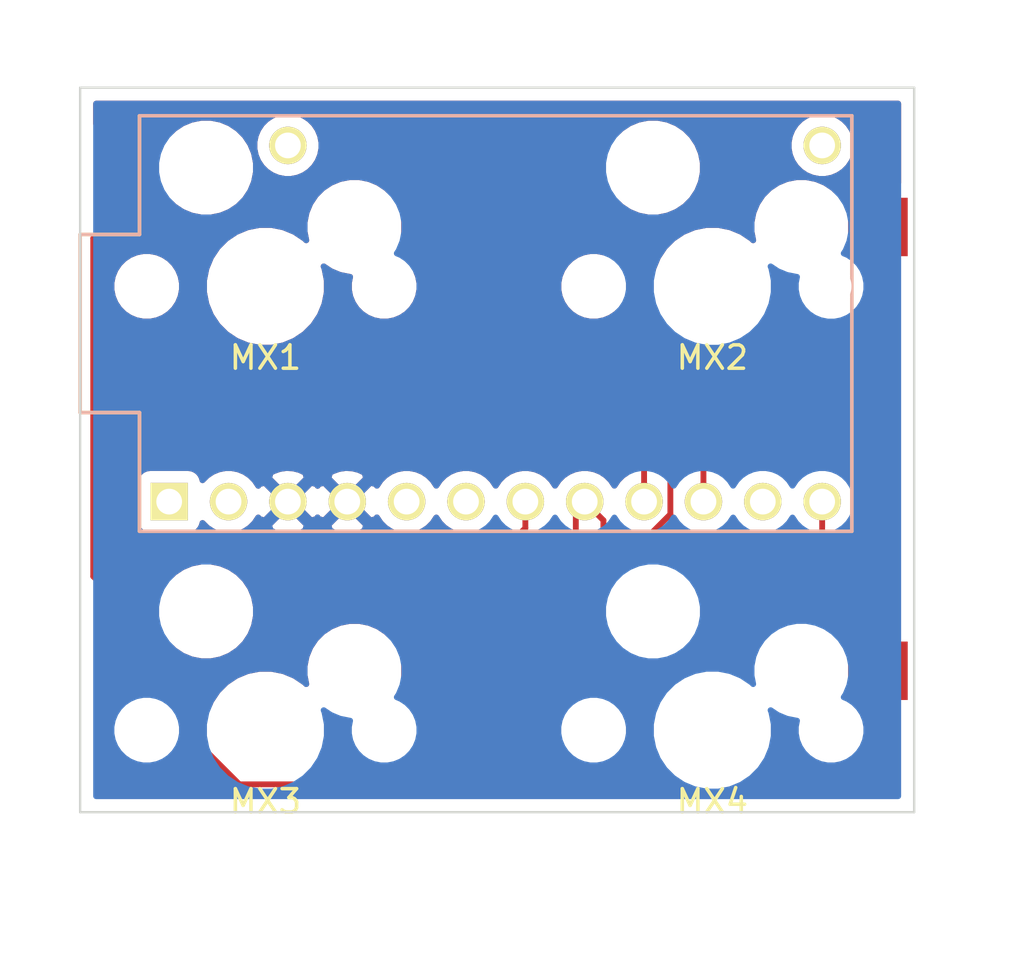
<source format=kicad_pcb>
(kicad_pcb (version 20171130) (host pcbnew "(5.1.5)-3")

  (general
    (thickness 1.6)
    (drawings 4)
    (tracks 46)
    (zones 0)
    (modules 5)
    (nets 14)
  )

  (page A4)
  (layers
    (0 F.Cu signal)
    (31 B.Cu signal)
    (32 B.Adhes user)
    (33 F.Adhes user)
    (34 B.Paste user)
    (35 F.Paste user)
    (36 B.SilkS user)
    (37 F.SilkS user)
    (38 B.Mask user)
    (39 F.Mask user)
    (40 Dwgs.User user)
    (41 Cmts.User user)
    (42 Eco1.User user)
    (43 Eco2.User user)
    (44 Edge.Cuts user)
    (45 Margin user)
    (46 B.CrtYd user)
    (47 F.CrtYd user)
    (48 B.Fab user)
    (49 F.Fab user)
  )

  (setup
    (last_trace_width 0.25)
    (trace_clearance 0.2)
    (zone_clearance 0.508)
    (zone_45_only no)
    (trace_min 0.2)
    (via_size 0.8)
    (via_drill 0.4)
    (via_min_size 0.4)
    (via_min_drill 0.3)
    (uvia_size 0.3)
    (uvia_drill 0.1)
    (uvias_allowed no)
    (uvia_min_size 0.2)
    (uvia_min_drill 0.1)
    (edge_width 0.1)
    (segment_width 0.2)
    (pcb_text_width 0.3)
    (pcb_text_size 1.5 1.5)
    (mod_edge_width 0.15)
    (mod_text_size 1 1)
    (mod_text_width 0.15)
    (pad_size 1.524 1.524)
    (pad_drill 0.762)
    (pad_to_mask_clearance 0)
    (aux_axis_origin 0 0)
    (visible_elements FFFFFF7F)
    (pcbplotparams
      (layerselection 0x010fc_ffffffff)
      (usegerberextensions false)
      (usegerberattributes false)
      (usegerberadvancedattributes false)
      (creategerberjobfile false)
      (excludeedgelayer true)
      (linewidth 0.100000)
      (plotframeref false)
      (viasonmask false)
      (mode 1)
      (useauxorigin false)
      (hpglpennumber 1)
      (hpglpenspeed 20)
      (hpglpendiameter 15.000000)
      (psnegative false)
      (psa4output false)
      (plotreference true)
      (plotvalue true)
      (plotinvisibletext false)
      (padsonsilk false)
      (subtractmaskfromsilk false)
      (outputformat 1)
      (mirror false)
      (drillshape 0)
      (scaleselection 1)
      (outputdirectory "Gerbers"))
  )

  (net 0 "")
  (net 1 VCC)
  (net 2 GND)
  (net 3 /CS)
  (net 4 /D5)
  (net 5 /D9)
  (net 6 /D8)
  (net 7 /D6)
  (net 8 /D7)
  (net 9 "Net-(U1-Pad6)")
  (net 10 "Net-(U1-Pad5)")
  (net 11 "Net-(U1-Pad2)")
  (net 12 "Net-(U1-Pad1)")
  (net 13 /D4)

  (net_class Default "This is the default net class."
    (clearance 0.2)
    (trace_width 0.25)
    (via_dia 0.8)
    (via_drill 0.4)
    (uvia_dia 0.3)
    (uvia_drill 0.1)
    (add_net /CS)
    (add_net /D4)
    (add_net /D5)
    (add_net /D6)
    (add_net /D7)
    (add_net /D8)
    (add_net /D9)
    (add_net GND)
    (add_net "Net-(U1-Pad1)")
    (add_net "Net-(U1-Pad2)")
    (add_net "Net-(U1-Pad5)")
    (add_net "Net-(U1-Pad6)")
    (add_net VCC)
  )

  (module promicro:ProMicro (layer F.Cu) (tedit 60D25968) (tstamp 60D2ABC9)
    (at 211.328 101.092)
    (descr "Pro Micro footprint")
    (tags "promicro ProMicro")
    (path /6011CDE2)
    (fp_text reference U1 (at 0 -10.16) (layer F.SilkS) hide
      (effects (font (size 1 1) (thickness 0.15)))
    )
    (fp_text value ProMicro (at 0 10.16) (layer F.Fab)
      (effects (font (size 1 1) (thickness 0.15)))
    )
    (fp_line (start 15.24 -8.89) (end 15.24 8.89) (layer F.SilkS) (width 0.15))
    (fp_line (start -15.24 -8.89) (end 15.24 -8.89) (layer F.SilkS) (width 0.15))
    (fp_line (start -15.24 -3.81) (end -15.24 -8.89) (layer F.SilkS) (width 0.15))
    (fp_line (start -17.78 -3.81) (end -15.24 -3.81) (layer F.SilkS) (width 0.15))
    (fp_line (start -17.78 3.81) (end -17.78 -3.81) (layer F.SilkS) (width 0.15))
    (fp_line (start -15.24 3.81) (end -17.78 3.81) (layer F.SilkS) (width 0.15))
    (fp_line (start -15.24 8.89) (end -15.24 3.81) (layer F.SilkS) (width 0.15))
    (fp_line (start -15.24 8.89) (end 15.24 8.89) (layer F.SilkS) (width 0.15))
    (fp_line (start -15.24 -8.89) (end 15.24 -8.89) (layer B.SilkS) (width 0.15))
    (fp_line (start -15.24 -3.81) (end -15.24 -8.89) (layer B.SilkS) (width 0.15))
    (fp_line (start -17.78 -3.81) (end -15.24 -3.81) (layer B.SilkS) (width 0.15))
    (fp_line (start -17.78 3.81) (end -17.78 -3.81) (layer B.SilkS) (width 0.15))
    (fp_line (start -15.24 3.81) (end -17.78 3.81) (layer B.SilkS) (width 0.15))
    (fp_line (start -15.24 8.89) (end -15.24 3.81) (layer B.SilkS) (width 0.15))
    (fp_line (start 15.24 8.89) (end -15.24 8.89) (layer B.SilkS) (width 0.15))
    (fp_line (start 15.24 -8.89) (end 15.24 8.89) (layer B.SilkS) (width 0.15))
    (pad 22 thru_hole circle (at -8.89 -7.62) (size 1.6 1.6) (drill 1.1) (layers *.Cu *.Mask F.SilkS)
      (net 1 VCC))
    (pad 13 thru_hole circle (at 13.97 -7.62) (size 1.6 1.6) (drill 1.1) (layers *.Cu *.Mask F.SilkS)
      (net 3 /CS))
    (pad 12 thru_hole circle (at 13.97 7.62) (size 1.6 1.6) (drill 1.1) (layers *.Cu *.Mask F.SilkS)
      (net 5 /D9))
    (pad 11 thru_hole circle (at 11.43 7.62) (size 1.6 1.6) (drill 1.1) (layers *.Cu *.Mask F.SilkS)
      (net 6 /D8))
    (pad 10 thru_hole circle (at 8.89 7.62) (size 1.6 1.6) (drill 1.1) (layers *.Cu *.Mask F.SilkS)
      (net 8 /D7))
    (pad 9 thru_hole circle (at 6.35 7.62) (size 1.6 1.6) (drill 1.1) (layers *.Cu *.Mask F.SilkS)
      (net 7 /D6))
    (pad 8 thru_hole circle (at 3.81 7.62) (size 1.6 1.6) (drill 1.1) (layers *.Cu *.Mask F.SilkS)
      (net 4 /D5))
    (pad 7 thru_hole circle (at 1.27 7.62) (size 1.6 1.6) (drill 1.1) (layers *.Cu *.Mask F.SilkS)
      (net 13 /D4))
    (pad 6 thru_hole circle (at -1.27 7.62) (size 1.6 1.6) (drill 1.1) (layers *.Cu *.Mask F.SilkS)
      (net 9 "Net-(U1-Pad6)"))
    (pad 5 thru_hole circle (at -3.81 7.62) (size 1.6 1.6) (drill 1.1) (layers *.Cu *.Mask F.SilkS)
      (net 10 "Net-(U1-Pad5)"))
    (pad 4 thru_hole circle (at -6.35 7.62) (size 1.6 1.6) (drill 1.1) (layers *.Cu *.Mask F.SilkS)
      (net 2 GND))
    (pad 3 thru_hole circle (at -8.89 7.62) (size 1.6 1.6) (drill 1.1) (layers *.Cu *.Mask F.SilkS)
      (net 2 GND))
    (pad 2 thru_hole circle (at -11.43 7.62) (size 1.6 1.6) (drill 1.1) (layers *.Cu *.Mask F.SilkS)
      (net 11 "Net-(U1-Pad2)"))
    (pad 1 thru_hole rect (at -13.97 7.62) (size 1.6 1.6) (drill 1.1) (layers *.Cu *.Mask F.SilkS)
      (net 12 "Net-(U1-Pad1)"))
  )

  (module MX_Only:MXOnly-1U-Hotswap (layer B.Cu) (tedit 5BFF7B40) (tstamp 60D2B3DE)
    (at 220.599 118.491 180)
    (path /60D255C7)
    (attr smd)
    (fp_text reference MX4 (at 0 -3.048) (layer F.CrtYd)
      (effects (font (size 1 1) (thickness 0.15)))
    )
    (fp_text value MX-NoLED (at 0 7.9375) (layer Dwgs.User)
      (effects (font (size 1 1) (thickness 0.15)))
    )
    (fp_line (start -5.842 1.27) (end -5.842 3.81) (layer F.CrtYd) (width 0.15))
    (fp_line (start -8.382 1.27) (end -5.842 1.27) (layer F.CrtYd) (width 0.15))
    (fp_line (start -8.382 3.81) (end -8.382 1.27) (layer F.CrtYd) (width 0.15))
    (fp_line (start -5.842 3.81) (end -8.382 3.81) (layer F.CrtYd) (width 0.15))
    (fp_line (start 4.572 3.81) (end 4.572 6.35) (layer F.CrtYd) (width 0.15))
    (fp_line (start 7.112 3.81) (end 4.572 3.81) (layer F.CrtYd) (width 0.15))
    (fp_line (start 7.112 6.35) (end 7.112 3.81) (layer F.CrtYd) (width 0.15))
    (fp_line (start 4.572 6.35) (end 7.112 6.35) (layer F.CrtYd) (width 0.15))
    (fp_circle (center -3.81 2.54) (end -3.81 4.064) (layer F.CrtYd) (width 0.15))
    (fp_circle (center 2.54 5.08) (end 2.54 6.604) (layer F.CrtYd) (width 0.15))
    (fp_text user %R (at 0 -3.048) (layer F.SilkS)
      (effects (font (size 1 1) (thickness 0.15)))
    )
    (fp_line (start -9.525 -9.525) (end -9.525 9.525) (layer Dwgs.User) (width 0.15))
    (fp_line (start 9.525 -9.525) (end -9.525 -9.525) (layer Dwgs.User) (width 0.15))
    (fp_line (start 9.525 9.525) (end 9.525 -9.525) (layer Dwgs.User) (width 0.15))
    (fp_line (start -9.525 9.525) (end 9.525 9.525) (layer Dwgs.User) (width 0.15))
    (fp_line (start -7 7) (end -7 5) (layer Dwgs.User) (width 0.15))
    (fp_line (start -5 7) (end -7 7) (layer Dwgs.User) (width 0.15))
    (fp_line (start -7 -7) (end -5 -7) (layer Dwgs.User) (width 0.15))
    (fp_line (start -7 -5) (end -7 -7) (layer Dwgs.User) (width 0.15))
    (fp_line (start 7 -7) (end 7 -5) (layer Dwgs.User) (width 0.15))
    (fp_line (start 5 -7) (end 7 -7) (layer Dwgs.User) (width 0.15))
    (fp_line (start 7 7) (end 7 5) (layer Dwgs.User) (width 0.15))
    (fp_line (start 5 7) (end 7 7) (layer Dwgs.User) (width 0.15))
    (pad 2 smd rect (at 5.842 5.08 180) (size 2.55 2.5) (layers F.Cu F.Paste F.Mask)
      (net 4 /D5))
    (pad 1 smd rect (at -7.085 2.54 180) (size 2.55 2.5) (layers F.Cu F.Paste F.Mask)
      (net 5 /D9))
    (pad "" np_thru_hole circle (at 5.08 0 131.9004) (size 1.75 1.75) (drill 1.75) (layers *.Cu *.Mask))
    (pad "" np_thru_hole circle (at -5.08 0 131.9004) (size 1.75 1.75) (drill 1.75) (layers *.Cu *.Mask))
    (pad "" np_thru_hole circle (at -3.81 2.54 180) (size 3 3) (drill 3) (layers *.Cu *.Mask))
    (pad "" np_thru_hole circle (at 0 0 180) (size 3.9878 3.9878) (drill 3.9878) (layers *.Cu *.Mask))
    (pad "" np_thru_hole circle (at 2.54 5.08 180) (size 3 3) (drill 3) (layers *.Cu *.Mask))
  )

  (module MX_Only:MXOnly-1U-Hotswap (layer B.Cu) (tedit 5BFF7B40) (tstamp 60D2B3BC)
    (at 201.476 118.491 180)
    (path /60D259D3)
    (attr smd)
    (fp_text reference MX3 (at 0 -3.048) (layer F.CrtYd)
      (effects (font (size 1 1) (thickness 0.15)))
    )
    (fp_text value MX-NoLED (at 0 7.9375) (layer Dwgs.User)
      (effects (font (size 1 1) (thickness 0.15)))
    )
    (fp_line (start -5.842 1.27) (end -5.842 3.81) (layer F.CrtYd) (width 0.15))
    (fp_line (start -8.382 1.27) (end -5.842 1.27) (layer F.CrtYd) (width 0.15))
    (fp_line (start -8.382 3.81) (end -8.382 1.27) (layer F.CrtYd) (width 0.15))
    (fp_line (start -5.842 3.81) (end -8.382 3.81) (layer F.CrtYd) (width 0.15))
    (fp_line (start 4.572 3.81) (end 4.572 6.35) (layer F.CrtYd) (width 0.15))
    (fp_line (start 7.112 3.81) (end 4.572 3.81) (layer F.CrtYd) (width 0.15))
    (fp_line (start 7.112 6.35) (end 7.112 3.81) (layer F.CrtYd) (width 0.15))
    (fp_line (start 4.572 6.35) (end 7.112 6.35) (layer F.CrtYd) (width 0.15))
    (fp_circle (center -3.81 2.54) (end -3.81 4.064) (layer F.CrtYd) (width 0.15))
    (fp_circle (center 2.54 5.08) (end 2.54 6.604) (layer F.CrtYd) (width 0.15))
    (fp_text user %R (at 0 -3.048) (layer F.SilkS)
      (effects (font (size 1 1) (thickness 0.15)))
    )
    (fp_line (start -9.525 -9.525) (end -9.525 9.525) (layer Dwgs.User) (width 0.15))
    (fp_line (start 9.525 -9.525) (end -9.525 -9.525) (layer Dwgs.User) (width 0.15))
    (fp_line (start 9.525 9.525) (end 9.525 -9.525) (layer Dwgs.User) (width 0.15))
    (fp_line (start -9.525 9.525) (end 9.525 9.525) (layer Dwgs.User) (width 0.15))
    (fp_line (start -7 7) (end -7 5) (layer Dwgs.User) (width 0.15))
    (fp_line (start -5 7) (end -7 7) (layer Dwgs.User) (width 0.15))
    (fp_line (start -7 -7) (end -5 -7) (layer Dwgs.User) (width 0.15))
    (fp_line (start -7 -5) (end -7 -7) (layer Dwgs.User) (width 0.15))
    (fp_line (start 7 -7) (end 7 -5) (layer Dwgs.User) (width 0.15))
    (fp_line (start 5 -7) (end 7 -7) (layer Dwgs.User) (width 0.15))
    (fp_line (start 7 7) (end 7 5) (layer Dwgs.User) (width 0.15))
    (fp_line (start 5 7) (end 7 7) (layer Dwgs.User) (width 0.15))
    (pad 2 smd rect (at 5.842 5.08 180) (size 2.55 2.5) (layers F.Cu F.Paste F.Mask)
      (net 4 /D5))
    (pad 1 smd rect (at -7.085 2.54 180) (size 2.55 2.5) (layers F.Cu F.Paste F.Mask)
      (net 13 /D4))
    (pad "" np_thru_hole circle (at 5.08 0 131.9004) (size 1.75 1.75) (drill 1.75) (layers *.Cu *.Mask))
    (pad "" np_thru_hole circle (at -5.08 0 131.9004) (size 1.75 1.75) (drill 1.75) (layers *.Cu *.Mask))
    (pad "" np_thru_hole circle (at -3.81 2.54 180) (size 3 3) (drill 3) (layers *.Cu *.Mask))
    (pad "" np_thru_hole circle (at 0 0 180) (size 3.9878 3.9878) (drill 3.9878) (layers *.Cu *.Mask))
    (pad "" np_thru_hole circle (at 2.54 5.08 180) (size 3 3) (drill 3) (layers *.Cu *.Mask))
  )

  (module MX_Only:MXOnly-1U-Hotswap locked (layer B.Cu) (tedit 5BFF7B40) (tstamp 60D2B39A)
    (at 220.599 99.501001 180)
    (path /60D25F01)
    (attr smd)
    (fp_text reference MX2 (at 0 -3.048) (layer F.CrtYd)
      (effects (font (size 1 1) (thickness 0.15)))
    )
    (fp_text value MX-NoLED (at 0 7.9375) (layer Dwgs.User)
      (effects (font (size 1 1) (thickness 0.15)))
    )
    (fp_line (start -5.842 1.27) (end -5.842 3.81) (layer F.CrtYd) (width 0.15))
    (fp_line (start -8.382 1.27) (end -5.842 1.27) (layer F.CrtYd) (width 0.15))
    (fp_line (start -8.382 3.81) (end -8.382 1.27) (layer F.CrtYd) (width 0.15))
    (fp_line (start -5.842 3.81) (end -8.382 3.81) (layer F.CrtYd) (width 0.15))
    (fp_line (start 4.572 3.81) (end 4.572 6.35) (layer F.CrtYd) (width 0.15))
    (fp_line (start 7.112 3.81) (end 4.572 3.81) (layer F.CrtYd) (width 0.15))
    (fp_line (start 7.112 6.35) (end 7.112 3.81) (layer F.CrtYd) (width 0.15))
    (fp_line (start 4.572 6.35) (end 7.112 6.35) (layer F.CrtYd) (width 0.15))
    (fp_circle (center -3.81 2.54) (end -3.81 4.064) (layer F.CrtYd) (width 0.15))
    (fp_circle (center 2.54 5.08) (end 2.54 6.604) (layer F.CrtYd) (width 0.15))
    (fp_text user %R (at 0 -3.048) (layer F.SilkS)
      (effects (font (size 1 1) (thickness 0.15)))
    )
    (fp_line (start -9.525 -9.525) (end -9.525 9.525) (layer Dwgs.User) (width 0.15))
    (fp_line (start 9.525 -9.525) (end -9.525 -9.525) (layer Dwgs.User) (width 0.15))
    (fp_line (start 9.525 9.525) (end 9.525 -9.525) (layer Dwgs.User) (width 0.15))
    (fp_line (start -9.525 9.525) (end 9.525 9.525) (layer Dwgs.User) (width 0.15))
    (fp_line (start -7 7) (end -7 5) (layer Dwgs.User) (width 0.15))
    (fp_line (start -5 7) (end -7 7) (layer Dwgs.User) (width 0.15))
    (fp_line (start -7 -7) (end -5 -7) (layer Dwgs.User) (width 0.15))
    (fp_line (start -7 -5) (end -7 -7) (layer Dwgs.User) (width 0.15))
    (fp_line (start 7 -7) (end 7 -5) (layer Dwgs.User) (width 0.15))
    (fp_line (start 5 -7) (end 7 -7) (layer Dwgs.User) (width 0.15))
    (fp_line (start 7 7) (end 7 5) (layer Dwgs.User) (width 0.15))
    (fp_line (start 5 7) (end 7 7) (layer Dwgs.User) (width 0.15))
    (pad 2 smd rect (at 5.842 5.08 180) (size 2.55 2.5) (layers F.Cu F.Paste F.Mask)
      (net 4 /D5))
    (pad 1 smd rect (at -7.085 2.54 180) (size 2.55 2.5) (layers F.Cu F.Paste F.Mask)
      (net 8 /D7))
    (pad "" np_thru_hole circle (at 5.08 0 131.9004) (size 1.75 1.75) (drill 1.75) (layers *.Cu *.Mask))
    (pad "" np_thru_hole circle (at -5.08 0 131.9004) (size 1.75 1.75) (drill 1.75) (layers *.Cu *.Mask))
    (pad "" np_thru_hole circle (at -3.81 2.54 180) (size 3 3) (drill 3) (layers *.Cu *.Mask))
    (pad "" np_thru_hole circle (at 0 0 180) (size 3.9878 3.9878) (drill 3.9878) (layers *.Cu *.Mask))
    (pad "" np_thru_hole circle (at 2.54 5.08 180) (size 3 3) (drill 3) (layers *.Cu *.Mask))
  )

  (module MX_Only:MXOnly-1U-Hotswap (layer B.Cu) (tedit 5BFF7B40) (tstamp 60D2D4E4)
    (at 201.476 99.501001 180)
    (path /6011AADF)
    (attr smd)
    (fp_text reference MX1 (at 0 -3.048) (layer F.CrtYd)
      (effects (font (size 1 1) (thickness 0.15)))
    )
    (fp_text value MX-NoLED (at 0 7.9375) (layer Dwgs.User)
      (effects (font (size 1 1) (thickness 0.15)))
    )
    (fp_line (start -5.842 1.27) (end -5.842 3.81) (layer F.CrtYd) (width 0.15))
    (fp_line (start -8.382 1.27) (end -5.842 1.27) (layer F.CrtYd) (width 0.15))
    (fp_line (start -8.382 3.81) (end -8.382 1.27) (layer F.CrtYd) (width 0.15))
    (fp_line (start -5.842 3.81) (end -8.382 3.81) (layer F.CrtYd) (width 0.15))
    (fp_line (start 4.572 3.81) (end 4.572 6.35) (layer F.CrtYd) (width 0.15))
    (fp_line (start 7.112 3.81) (end 4.572 3.81) (layer F.CrtYd) (width 0.15))
    (fp_line (start 7.112 6.35) (end 7.112 3.81) (layer F.CrtYd) (width 0.15))
    (fp_line (start 4.572 6.35) (end 7.112 6.35) (layer F.CrtYd) (width 0.15))
    (fp_circle (center -3.81 2.54) (end -3.81 4.064) (layer F.CrtYd) (width 0.15))
    (fp_circle (center 2.54 5.08) (end 2.54 6.604) (layer F.CrtYd) (width 0.15))
    (fp_text user %R (at 0 -3.048) (layer F.SilkS)
      (effects (font (size 1 1) (thickness 0.15)))
    )
    (fp_line (start -9.525 -9.525) (end -9.525 9.525) (layer Dwgs.User) (width 0.15))
    (fp_line (start 9.525 -9.525) (end -9.525 -9.525) (layer Dwgs.User) (width 0.15))
    (fp_line (start 9.525 9.525) (end 9.525 -9.525) (layer Dwgs.User) (width 0.15))
    (fp_line (start -9.525 9.525) (end 9.525 9.525) (layer Dwgs.User) (width 0.15))
    (fp_line (start -7 7) (end -7 5) (layer Dwgs.User) (width 0.15))
    (fp_line (start -5 7) (end -7 7) (layer Dwgs.User) (width 0.15))
    (fp_line (start -7 -7) (end -5 -7) (layer Dwgs.User) (width 0.15))
    (fp_line (start -7 -5) (end -7 -7) (layer Dwgs.User) (width 0.15))
    (fp_line (start 7 -7) (end 7 -5) (layer Dwgs.User) (width 0.15))
    (fp_line (start 5 -7) (end 7 -7) (layer Dwgs.User) (width 0.15))
    (fp_line (start 7 7) (end 7 5) (layer Dwgs.User) (width 0.15))
    (fp_line (start 5 7) (end 7 7) (layer Dwgs.User) (width 0.15))
    (pad 2 smd rect (at 5.842 5.08 180) (size 2.55 2.5) (layers F.Cu F.Paste F.Mask)
      (net 4 /D5))
    (pad 1 smd rect (at -7.085 2.54 180) (size 2.55 2.5) (layers F.Cu F.Paste F.Mask)
      (net 7 /D6))
    (pad "" np_thru_hole circle (at 5.08 0 131.9004) (size 1.75 1.75) (drill 1.75) (layers *.Cu *.Mask))
    (pad "" np_thru_hole circle (at -5.08 0 131.9004) (size 1.75 1.75) (drill 1.75) (layers *.Cu *.Mask))
    (pad "" np_thru_hole circle (at -3.81 2.54 180) (size 3 3) (drill 3) (layers *.Cu *.Mask))
    (pad "" np_thru_hole circle (at 0 0 180) (size 3.9878 3.9878) (drill 3.9878) (layers *.Cu *.Mask))
    (pad "" np_thru_hole circle (at 2.54 5.08 180) (size 3 3) (drill 3) (layers *.Cu *.Mask))
  )

  (gr_line (start 229.235 122) (end 193.548 122) (layer Edge.Cuts) (width 0.1) (tstamp 60D2E433))
  (gr_line (start 229.235 91) (end 229.235 122) (layer Edge.Cuts) (width 0.1))
  (gr_line (start 229.235 91) (end 193.548 91) (layer Edge.Cuts) (width 0.1) (tstamp 60D2B80B))
  (gr_line (start 193.548 91) (end 193.548 122) (layer Edge.Cuts) (width 0.1))

  (segment (start 194.109 111.911) (end 195.609 113.411) (width 0.25) (layer F.Cu) (net 4))
  (segment (start 194.109 97.446001) (end 194.109 111.911) (width 0.25) (layer F.Cu) (net 4))
  (segment (start 195.634 95.921001) (end 194.109 97.446001) (width 0.25) (layer F.Cu) (net 4))
  (segment (start 195.634 94.421001) (end 195.634 95.921001) (width 0.25) (layer F.Cu) (net 4))
  (segment (start 214.757 114.911) (end 212.09 117.578) (width 0.25) (layer F.Cu) (net 4))
  (segment (start 214.757 113.411) (end 214.757 114.911) (width 0.25) (layer F.Cu) (net 4))
  (segment (start 212.09 117.578) (end 211.733 117.578) (width 0.25) (layer F.Cu) (net 4))
  (segment (start 195.609 113.411) (end 195.634 113.411) (width 0.25) (layer F.Cu) (net 4))
  (segment (start 214.757 113.411) (end 214.757 111.911) (width 0.25) (layer F.Cu) (net 4))
  (segment (start 214.757 109.093) (end 215.138 108.712) (width 0.25) (layer F.Cu) (net 4))
  (segment (start 214.757 113.411) (end 214.757 109.093) (width 0.25) (layer F.Cu) (net 4))
  (segment (start 217.297 98.298) (end 214.757 95.758) (width 0.25) (layer F.Cu) (net 4))
  (segment (start 217.297 100.711) (end 217.297 98.298) (width 0.25) (layer F.Cu) (net 4))
  (segment (start 218.803001 102.217001) (end 217.297 100.711) (width 0.25) (layer F.Cu) (net 4))
  (segment (start 218.803001 109.252001) (end 218.803001 102.217001) (width 0.25) (layer F.Cu) (net 4))
  (segment (start 215.937999 109.511999) (end 215.937999 110.019999) (width 0.25) (layer F.Cu) (net 4))
  (segment (start 214.757 95.758) (end 214.757 94.597001) (width 0.25) (layer F.Cu) (net 4))
  (segment (start 215.937999 110.019999) (end 216.154 110.236) (width 0.25) (layer F.Cu) (net 4))
  (segment (start 216.154 110.236) (end 217.819002 110.236) (width 0.25) (layer F.Cu) (net 4))
  (segment (start 215.138 108.712) (end 215.937999 109.511999) (width 0.25) (layer F.Cu) (net 4))
  (segment (start 217.819002 110.236) (end 218.803001 109.252001) (width 0.25) (layer F.Cu) (net 4))
  (segment (start 195.634 114.911) (end 198.374 117.651) (width 0.25) (layer F.Cu) (net 4))
  (segment (start 195.634 113.411) (end 195.634 114.911) (width 0.25) (layer F.Cu) (net 4))
  (segment (start 200.362927 120.809901) (end 208.120099 120.809901) (width 0.25) (layer F.Cu) (net 4))
  (segment (start 198.374 117.651) (end 198.374 118.820974) (width 0.25) (layer F.Cu) (net 4))
  (segment (start 198.374 118.820974) (end 200.362927 120.809901) (width 0.25) (layer F.Cu) (net 4))
  (segment (start 211.352 117.578) (end 212.09 117.578) (width 0.25) (layer F.Cu) (net 4))
  (segment (start 208.120099 120.809901) (end 211.352 117.578) (width 0.25) (layer F.Cu) (net 4))
  (segment (start 225.298 113.59) (end 225.298 108.712) (width 0.25) (layer F.Cu) (net 5))
  (segment (start 227.684 115.951) (end 227.659 115.951) (width 0.25) (layer F.Cu) (net 5))
  (segment (start 227.659 115.951) (end 225.298 113.59) (width 0.25) (layer F.Cu) (net 5))
  (segment (start 213.616629 103.51663) (end 216.03863 103.51663) (width 0.25) (layer F.Cu) (net 7))
  (segment (start 216.03863 103.51663) (end 217.678 105.156) (width 0.25) (layer F.Cu) (net 7))
  (segment (start 208.561 96.961001) (end 208.561 98.461001) (width 0.25) (layer F.Cu) (net 7))
  (segment (start 217.678 105.156) (end 217.678 108.712) (width 0.25) (layer F.Cu) (net 7))
  (segment (start 208.561 98.461001) (end 213.616629 103.51663) (width 0.25) (layer F.Cu) (net 7))
  (segment (start 221.488 103.886) (end 220.218 105.156) (width 0.25) (layer F.Cu) (net 8))
  (segment (start 220.218 105.156) (end 220.218 108.712) (width 0.25) (layer F.Cu) (net 8))
  (segment (start 223.647 103.886) (end 221.488 103.886) (width 0.25) (layer F.Cu) (net 8))
  (segment (start 227.684 96.961001) (end 227.684 99.849) (width 0.25) (layer F.Cu) (net 8))
  (segment (start 227.684 99.849) (end 223.647 103.886) (width 0.25) (layer F.Cu) (net 8))
  (segment (start 208.561 111.86) (end 208.561 115.951) (width 0.25) (layer F.Cu) (net 13))
  (segment (start 209.55 110.871) (end 208.561 111.86) (width 0.25) (layer F.Cu) (net 13))
  (segment (start 211.57037 110.871) (end 209.55 110.871) (width 0.25) (layer F.Cu) (net 13))
  (segment (start 212.598 109.84337) (end 211.57037 110.871) (width 0.25) (layer F.Cu) (net 13))
  (segment (start 212.598 108.712) (end 212.598 109.84337) (width 0.25) (layer F.Cu) (net 13))

  (zone (net 2) (net_name GND) (layer F.Cu) (tstamp 60D2E4F9) (hatch edge 0.508)
    (connect_pads (clearance 0.508))
    (min_thickness 0.254)
    (fill yes (arc_segments 32) (thermal_gap 0.508) (thermal_bridge_width 0.508))
    (polygon
      (pts
        (xy 233.172 122.682) (xy 191.643 123.19) (xy 191.008 89.027) (xy 232.537 87.757)
      )
    )
    (filled_polygon
      (pts
        (xy 228.55 95.072929) (xy 226.409 95.072929) (xy 226.284518 95.085189) (xy 226.16482 95.121499) (xy 226.054506 95.180464)
        (xy 225.957815 95.259816) (xy 225.878463 95.356507) (xy 225.85944 95.392095) (xy 225.769983 95.302638) (xy 225.420302 95.068989)
        (xy 225.031756 94.908048) (xy 224.619279 94.826001) (xy 224.198721 94.826001) (xy 223.786244 94.908048) (xy 223.397698 95.068989)
        (xy 223.048017 95.302638) (xy 222.750637 95.600018) (xy 222.516988 95.949699) (xy 222.356047 96.338245) (xy 222.274 96.750722)
        (xy 222.274 97.17128) (xy 222.345237 97.529412) (xy 222.274826 97.459001) (xy 221.844251 97.1713) (xy 221.365822 96.973128)
        (xy 220.857924 96.872101) (xy 220.340076 96.872101) (xy 219.832178 96.973128) (xy 219.353749 97.1713) (xy 218.923174 97.459001)
        (xy 218.557 97.825175) (xy 218.269299 98.25575) (xy 218.071127 98.734179) (xy 218.057 98.8052) (xy 218.057 98.335322)
        (xy 218.060676 98.297999) (xy 218.057 98.260676) (xy 218.057 98.260667) (xy 218.046003 98.149014) (xy 218.002546 98.005753)
        (xy 217.931974 97.873724) (xy 217.892131 97.825175) (xy 217.860799 97.786996) (xy 217.860795 97.786992) (xy 217.837001 97.757999)
        (xy 217.808008 97.734205) (xy 216.314058 96.240256) (xy 216.386494 96.201538) (xy 216.483185 96.122186) (xy 216.562537 96.025495)
        (xy 216.590965 95.972312) (xy 216.698017 96.079364) (xy 217.047698 96.313013) (xy 217.436244 96.473954) (xy 217.848721 96.556001)
        (xy 218.269279 96.556001) (xy 218.681756 96.473954) (xy 219.070302 96.313013) (xy 219.419983 96.079364) (xy 219.717363 95.781984)
        (xy 219.951012 95.432303) (xy 220.111953 95.043757) (xy 220.194 94.63128) (xy 220.194 94.210722) (xy 220.111953 93.798245)
        (xy 219.951012 93.409699) (xy 219.898204 93.330665) (xy 223.863 93.330665) (xy 223.863 93.613335) (xy 223.918147 93.890574)
        (xy 224.02632 94.151727) (xy 224.183363 94.386759) (xy 224.383241 94.586637) (xy 224.618273 94.74368) (xy 224.879426 94.851853)
        (xy 225.156665 94.907) (xy 225.439335 94.907) (xy 225.716574 94.851853) (xy 225.977727 94.74368) (xy 226.212759 94.586637)
        (xy 226.412637 94.386759) (xy 226.56968 94.151727) (xy 226.677853 93.890574) (xy 226.733 93.613335) (xy 226.733 93.330665)
        (xy 226.677853 93.053426) (xy 226.56968 92.792273) (xy 226.412637 92.557241) (xy 226.212759 92.357363) (xy 225.977727 92.20032)
        (xy 225.716574 92.092147) (xy 225.439335 92.037) (xy 225.156665 92.037) (xy 224.879426 92.092147) (xy 224.618273 92.20032)
        (xy 224.383241 92.357363) (xy 224.183363 92.557241) (xy 224.02632 92.792273) (xy 223.918147 93.053426) (xy 223.863 93.330665)
        (xy 219.898204 93.330665) (xy 219.717363 93.060018) (xy 219.419983 92.762638) (xy 219.070302 92.528989) (xy 218.681756 92.368048)
        (xy 218.269279 92.286001) (xy 217.848721 92.286001) (xy 217.436244 92.368048) (xy 217.047698 92.528989) (xy 216.698017 92.762638)
        (xy 216.590965 92.86969) (xy 216.562537 92.816507) (xy 216.483185 92.719816) (xy 216.386494 92.640464) (xy 216.27618 92.581499)
        (xy 216.156482 92.545189) (xy 216.032 92.532929) (xy 213.482 92.532929) (xy 213.357518 92.545189) (xy 213.23782 92.581499)
        (xy 213.127506 92.640464) (xy 213.030815 92.719816) (xy 212.951463 92.816507) (xy 212.892498 92.926821) (xy 212.856188 93.046519)
        (xy 212.843928 93.171001) (xy 212.843928 95.671001) (xy 212.856188 95.795483) (xy 212.892498 95.915181) (xy 212.951463 96.025495)
        (xy 213.030815 96.122186) (xy 213.127506 96.201538) (xy 213.23782 96.260503) (xy 213.357518 96.296813) (xy 213.482 96.309073)
        (xy 214.23049 96.309073) (xy 214.246003 96.321804) (xy 215.982969 98.058772) (xy 215.959451 98.04903) (xy 215.667722 97.991001)
        (xy 215.370278 97.991001) (xy 215.078549 98.04903) (xy 214.803747 98.162857) (xy 214.556431 98.328108) (xy 214.346107 98.538432)
        (xy 214.180856 98.785748) (xy 214.067029 99.06055) (xy 214.009 99.352279) (xy 214.009 99.649723) (xy 214.067029 99.941452)
        (xy 214.180856 100.216254) (xy 214.346107 100.46357) (xy 214.556431 100.673894) (xy 214.803747 100.839145) (xy 215.078549 100.952972)
        (xy 215.370278 101.011001) (xy 215.667722 101.011001) (xy 215.959451 100.952972) (xy 216.234253 100.839145) (xy 216.481569 100.673894)
        (xy 216.537 100.618463) (xy 216.537 100.673677) (xy 216.533324 100.711) (xy 216.537 100.748322) (xy 216.537 100.748332)
        (xy 216.547997 100.859985) (xy 216.576204 100.952972) (xy 216.591454 101.003246) (xy 216.662026 101.135276) (xy 216.701871 101.183826)
        (xy 216.756999 101.251001) (xy 216.786003 101.274804) (xy 218.043002 102.531804) (xy 218.043002 104.4462) (xy 216.602434 103.005633)
        (xy 216.578631 102.976629) (xy 216.462906 102.881656) (xy 216.330877 102.811084) (xy 216.187616 102.767627) (xy 216.075963 102.75663)
        (xy 216.075952 102.75663) (xy 216.03863 102.752954) (xy 216.001308 102.75663) (xy 213.931431 102.75663) (xy 209.999713 98.824912)
        (xy 210.08018 98.800503) (xy 210.190494 98.741538) (xy 210.287185 98.662186) (xy 210.366537 98.565495) (xy 210.425502 98.455181)
        (xy 210.461812 98.335483) (xy 210.474072 98.211001) (xy 210.474072 95.711001) (xy 210.461812 95.586519) (xy 210.425502 95.466821)
        (xy 210.366537 95.356507) (xy 210.287185 95.259816) (xy 210.190494 95.180464) (xy 210.08018 95.121499) (xy 209.960482 95.085189)
        (xy 209.836 95.072929) (xy 207.286 95.072929) (xy 207.161518 95.085189) (xy 207.04182 95.121499) (xy 206.931506 95.180464)
        (xy 206.834815 95.259816) (xy 206.755463 95.356507) (xy 206.73644 95.392095) (xy 206.646983 95.302638) (xy 206.297302 95.068989)
        (xy 205.908756 94.908048) (xy 205.496279 94.826001) (xy 205.075721 94.826001) (xy 204.663244 94.908048) (xy 204.274698 95.068989)
        (xy 203.925017 95.302638) (xy 203.627637 95.600018) (xy 203.393988 95.949699) (xy 203.233047 96.338245) (xy 203.151 96.750722)
        (xy 203.151 97.17128) (xy 203.222237 97.529412) (xy 203.151826 97.459001) (xy 202.721251 97.1713) (xy 202.242822 96.973128)
        (xy 201.734924 96.872101) (xy 201.217076 96.872101) (xy 200.709178 96.973128) (xy 200.230749 97.1713) (xy 199.800174 97.459001)
        (xy 199.434 97.825175) (xy 199.146299 98.25575) (xy 198.948127 98.734179) (xy 198.8471 99.242077) (xy 198.8471 99.759925)
        (xy 198.948127 100.267823) (xy 199.146299 100.746252) (xy 199.434 101.176827) (xy 199.800174 101.543001) (xy 200.230749 101.830702)
        (xy 200.709178 102.028874) (xy 201.217076 102.129901) (xy 201.734924 102.129901) (xy 202.242822 102.028874) (xy 202.721251 101.830702)
        (xy 203.151826 101.543001) (xy 203.518 101.176827) (xy 203.805701 100.746252) (xy 204.003873 100.267823) (xy 204.1049 99.759925)
        (xy 204.1049 99.242077) (xy 204.003873 98.734179) (xy 203.968292 98.64828) (xy 204.274698 98.853013) (xy 204.663244 99.013954)
        (xy 205.075721 99.096001) (xy 205.096977 99.096001) (xy 205.046 99.352279) (xy 205.046 99.649723) (xy 205.104029 99.941452)
        (xy 205.217856 100.216254) (xy 205.383107 100.46357) (xy 205.593431 100.673894) (xy 205.840747 100.839145) (xy 206.115549 100.952972)
        (xy 206.407278 101.011001) (xy 206.704722 101.011001) (xy 206.996451 100.952972) (xy 207.271253 100.839145) (xy 207.518569 100.673894)
        (xy 207.728893 100.46357) (xy 207.894144 100.216254) (xy 208.007971 99.941452) (xy 208.066 99.649723) (xy 208.066 99.352279)
        (xy 208.007971 99.06055) (xy 207.944893 98.908266) (xy 207.96517 98.932973) (xy 208.021 99.001002) (xy 208.049998 99.0248)
        (xy 213.052829 104.027632) (xy 213.076628 104.056631) (xy 213.105626 104.080429) (xy 213.192352 104.151604) (xy 213.324382 104.222176)
        (xy 213.467643 104.265633) (xy 213.579296 104.27663) (xy 213.579305 104.27663) (xy 213.616628 104.280306) (xy 213.653951 104.27663)
        (xy 215.723829 104.27663) (xy 216.918 105.470802) (xy 216.918001 107.493956) (xy 216.763241 107.597363) (xy 216.563363 107.797241)
        (xy 216.408 108.029759) (xy 216.252637 107.797241) (xy 216.052759 107.597363) (xy 215.817727 107.44032) (xy 215.556574 107.332147)
        (xy 215.279335 107.277) (xy 214.996665 107.277) (xy 214.719426 107.332147) (xy 214.458273 107.44032) (xy 214.223241 107.597363)
        (xy 214.023363 107.797241) (xy 213.868 108.029759) (xy 213.712637 107.797241) (xy 213.512759 107.597363) (xy 213.277727 107.44032)
        (xy 213.016574 107.332147) (xy 212.739335 107.277) (xy 212.456665 107.277) (xy 212.179426 107.332147) (xy 211.918273 107.44032)
        (xy 211.683241 107.597363) (xy 211.483363 107.797241) (xy 211.328 108.029759) (xy 211.172637 107.797241) (xy 210.972759 107.597363)
        (xy 210.737727 107.44032) (xy 210.476574 107.332147) (xy 210.199335 107.277) (xy 209.916665 107.277) (xy 209.639426 107.332147)
        (xy 209.378273 107.44032) (xy 209.143241 107.597363) (xy 208.943363 107.797241) (xy 208.788 108.029759) (xy 208.632637 107.797241)
        (xy 208.432759 107.597363) (xy 208.197727 107.44032) (xy 207.936574 107.332147) (xy 207.659335 107.277) (xy 207.376665 107.277)
        (xy 207.099426 107.332147) (xy 206.838273 107.44032) (xy 206.603241 107.597363) (xy 206.403363 107.797241) (xy 206.247085 108.031128)
        (xy 206.214671 107.970486) (xy 205.970702 107.898903) (xy 205.157605 108.712) (xy 205.970702 109.525097) (xy 206.214671 109.453514)
        (xy 206.245194 109.389008) (xy 206.24632 109.391727) (xy 206.403363 109.626759) (xy 206.603241 109.826637) (xy 206.838273 109.98368)
        (xy 207.099426 110.091853) (xy 207.376665 110.147) (xy 207.659335 110.147) (xy 207.936574 110.091853) (xy 208.197727 109.98368)
        (xy 208.432759 109.826637) (xy 208.632637 109.626759) (xy 208.788 109.394241) (xy 208.943363 109.626759) (xy 209.143241 109.826637)
        (xy 209.378273 109.98368) (xy 209.639426 110.091853) (xy 209.735683 110.111) (xy 209.587322 110.111) (xy 209.549999 110.107324)
        (xy 209.512676 110.111) (xy 209.512667 110.111) (xy 209.401014 110.121997) (xy 209.257753 110.165454) (xy 209.125724 110.236026)
        (xy 209.009999 110.330999) (xy 208.986201 110.359997) (xy 208.050002 111.296196) (xy 208.020999 111.319999) (xy 207.979145 111.370999)
        (xy 207.926026 111.435724) (xy 207.88152 111.518988) (xy 207.855454 111.567754) (xy 207.811997 111.711015) (xy 207.801 111.822668)
        (xy 207.801 111.822678) (xy 207.797324 111.86) (xy 207.801 111.897323) (xy 207.801001 114.062928) (xy 207.286 114.062928)
        (xy 207.161518 114.075188) (xy 207.04182 114.111498) (xy 206.931506 114.170463) (xy 206.834815 114.249815) (xy 206.755463 114.346506)
        (xy 206.73644 114.382094) (xy 206.646983 114.292637) (xy 206.297302 114.058988) (xy 205.908756 113.898047) (xy 205.496279 113.816)
        (xy 205.075721 113.816) (xy 204.663244 113.898047) (xy 204.274698 114.058988) (xy 203.925017 114.292637) (xy 203.627637 114.590017)
        (xy 203.393988 114.939698) (xy 203.233047 115.328244) (xy 203.151 115.740721) (xy 203.151 116.161279) (xy 203.222237 116.519411)
        (xy 203.151826 116.449) (xy 202.721251 116.161299) (xy 202.242822 115.963127) (xy 201.734924 115.8621) (xy 201.217076 115.8621)
        (xy 200.709178 115.963127) (xy 200.230749 116.161299) (xy 199.800174 116.449) (xy 199.434 116.815174) (xy 199.146299 117.245749)
        (xy 199.087978 117.386549) (xy 199.079546 117.358753) (xy 199.008974 117.226724) (xy 198.914001 117.110999) (xy 198.885004 117.087202)
        (xy 197.072713 115.274911) (xy 197.15318 115.250502) (xy 197.263494 115.191537) (xy 197.360185 115.112185) (xy 197.439537 115.015494)
        (xy 197.467965 114.962311) (xy 197.575017 115.069363) (xy 197.924698 115.303012) (xy 198.313244 115.463953) (xy 198.725721 115.546)
        (xy 199.146279 115.546) (xy 199.558756 115.463953) (xy 199.947302 115.303012) (xy 200.296983 115.069363) (xy 200.594363 114.771983)
        (xy 200.828012 114.422302) (xy 200.988953 114.033756) (xy 201.071 113.621279) (xy 201.071 113.200721) (xy 200.988953 112.788244)
        (xy 200.828012 112.399698) (xy 200.594363 112.050017) (xy 200.296983 111.752637) (xy 199.947302 111.518988) (xy 199.558756 111.358047)
        (xy 199.146279 111.276) (xy 198.725721 111.276) (xy 198.313244 111.358047) (xy 197.924698 111.518988) (xy 197.575017 111.752637)
        (xy 197.467965 111.859689) (xy 197.439537 111.806506) (xy 197.360185 111.709815) (xy 197.263494 111.630463) (xy 197.15318 111.571498)
        (xy 197.033482 111.535188) (xy 196.909 111.522928) (xy 194.869 111.522928) (xy 194.869 107.912) (xy 195.919928 107.912)
        (xy 195.919928 109.512) (xy 195.932188 109.636482) (xy 195.968498 109.75618) (xy 196.027463 109.866494) (xy 196.106815 109.963185)
        (xy 196.203506 110.042537) (xy 196.31382 110.101502) (xy 196.433518 110.137812) (xy 196.558 110.150072) (xy 198.158 110.150072)
        (xy 198.282482 110.137812) (xy 198.40218 110.101502) (xy 198.512494 110.042537) (xy 198.609185 109.963185) (xy 198.688537 109.866494)
        (xy 198.747502 109.75618) (xy 198.783812 109.636482) (xy 198.784643 109.628039) (xy 198.983241 109.826637) (xy 199.218273 109.98368)
        (xy 199.479426 110.091853) (xy 199.756665 110.147) (xy 200.039335 110.147) (xy 200.316574 110.091853) (xy 200.577727 109.98368)
        (xy 200.812759 109.826637) (xy 200.934694 109.704702) (xy 201.624903 109.704702) (xy 201.696486 109.948671) (xy 201.951996 110.069571)
        (xy 202.226184 110.1383) (xy 202.508512 110.152217) (xy 202.78813 110.110787) (xy 203.054292 110.015603) (xy 203.179514 109.948671)
        (xy 203.251097 109.704702) (xy 204.164903 109.704702) (xy 204.236486 109.948671) (xy 204.491996 110.069571) (xy 204.766184 110.1383)
        (xy 205.048512 110.152217) (xy 205.32813 110.110787) (xy 205.594292 110.015603) (xy 205.719514 109.948671) (xy 205.791097 109.704702)
        (xy 204.978 108.891605) (xy 204.164903 109.704702) (xy 203.251097 109.704702) (xy 202.438 108.891605) (xy 201.624903 109.704702)
        (xy 200.934694 109.704702) (xy 201.012637 109.626759) (xy 201.168915 109.392872) (xy 201.201329 109.453514) (xy 201.445298 109.525097)
        (xy 202.258395 108.712) (xy 202.617605 108.712) (xy 203.430702 109.525097) (xy 203.674671 109.453514) (xy 203.705971 109.387364)
        (xy 203.741329 109.453514) (xy 203.985298 109.525097) (xy 204.798395 108.712) (xy 203.985298 107.898903) (xy 203.741329 107.970486)
        (xy 203.710029 108.036636) (xy 203.674671 107.970486) (xy 203.430702 107.898903) (xy 202.617605 108.712) (xy 202.258395 108.712)
        (xy 201.445298 107.898903) (xy 201.201329 107.970486) (xy 201.170806 108.034992) (xy 201.16968 108.032273) (xy 201.012637 107.797241)
        (xy 200.934694 107.719298) (xy 201.624903 107.719298) (xy 202.438 108.532395) (xy 203.251097 107.719298) (xy 204.164903 107.719298)
        (xy 204.978 108.532395) (xy 205.791097 107.719298) (xy 205.719514 107.475329) (xy 205.464004 107.354429) (xy 205.189816 107.2857)
        (xy 204.907488 107.271783) (xy 204.62787 107.313213) (xy 204.361708 107.408397) (xy 204.236486 107.475329) (xy 204.164903 107.719298)
        (xy 203.251097 107.719298) (xy 203.179514 107.475329) (xy 202.924004 107.354429) (xy 202.649816 107.2857) (xy 202.367488 107.271783)
        (xy 202.08787 107.313213) (xy 201.821708 107.408397) (xy 201.696486 107.475329) (xy 201.624903 107.719298) (xy 200.934694 107.719298)
        (xy 200.812759 107.597363) (xy 200.577727 107.44032) (xy 200.316574 107.332147) (xy 200.039335 107.277) (xy 199.756665 107.277)
        (xy 199.479426 107.332147) (xy 199.218273 107.44032) (xy 198.983241 107.597363) (xy 198.784643 107.795961) (xy 198.783812 107.787518)
        (xy 198.747502 107.66782) (xy 198.688537 107.557506) (xy 198.609185 107.460815) (xy 198.512494 107.381463) (xy 198.40218 107.322498)
        (xy 198.282482 107.286188) (xy 198.158 107.273928) (xy 196.558 107.273928) (xy 196.433518 107.286188) (xy 196.31382 107.322498)
        (xy 196.203506 107.381463) (xy 196.106815 107.460815) (xy 196.027463 107.557506) (xy 195.968498 107.66782) (xy 195.932188 107.787518)
        (xy 195.919928 107.912) (xy 194.869 107.912) (xy 194.869 99.352279) (xy 194.886 99.352279) (xy 194.886 99.649723)
        (xy 194.944029 99.941452) (xy 195.057856 100.216254) (xy 195.223107 100.46357) (xy 195.433431 100.673894) (xy 195.680747 100.839145)
        (xy 195.955549 100.952972) (xy 196.247278 101.011001) (xy 196.544722 101.011001) (xy 196.836451 100.952972) (xy 197.111253 100.839145)
        (xy 197.358569 100.673894) (xy 197.568893 100.46357) (xy 197.734144 100.216254) (xy 197.847971 99.941452) (xy 197.906 99.649723)
        (xy 197.906 99.352279) (xy 197.847971 99.06055) (xy 197.734144 98.785748) (xy 197.568893 98.538432) (xy 197.358569 98.328108)
        (xy 197.111253 98.162857) (xy 196.836451 98.04903) (xy 196.544722 97.991001) (xy 196.247278 97.991001) (xy 195.955549 98.04903)
        (xy 195.680747 98.162857) (xy 195.433431 98.328108) (xy 195.223107 98.538432) (xy 195.057856 98.785748) (xy 194.944029 99.06055)
        (xy 194.886 99.352279) (xy 194.869 99.352279) (xy 194.869 97.760802) (xy 196.145003 96.4848) (xy 196.174001 96.461002)
        (xy 196.268974 96.345277) (xy 196.288326 96.309073) (xy 196.909 96.309073) (xy 197.033482 96.296813) (xy 197.15318 96.260503)
        (xy 197.263494 96.201538) (xy 197.360185 96.122186) (xy 197.439537 96.025495) (xy 197.467965 95.972312) (xy 197.575017 96.079364)
        (xy 197.924698 96.313013) (xy 198.313244 96.473954) (xy 198.725721 96.556001) (xy 199.146279 96.556001) (xy 199.558756 96.473954)
        (xy 199.947302 96.313013) (xy 200.296983 96.079364) (xy 200.594363 95.781984) (xy 200.828012 95.432303) (xy 200.988953 95.043757)
        (xy 201.071 94.63128) (xy 201.071 94.210722) (xy 200.988953 93.798245) (xy 200.828012 93.409699) (xy 200.775204 93.330665)
        (xy 201.003 93.330665) (xy 201.003 93.613335) (xy 201.058147 93.890574) (xy 201.16632 94.151727) (xy 201.323363 94.386759)
        (xy 201.523241 94.586637) (xy 201.758273 94.74368) (xy 202.019426 94.851853) (xy 202.296665 94.907) (xy 202.579335 94.907)
        (xy 202.856574 94.851853) (xy 203.117727 94.74368) (xy 203.352759 94.586637) (xy 203.552637 94.386759) (xy 203.70968 94.151727)
        (xy 203.817853 93.890574) (xy 203.873 93.613335) (xy 203.873 93.330665) (xy 203.817853 93.053426) (xy 203.70968 92.792273)
        (xy 203.552637 92.557241) (xy 203.352759 92.357363) (xy 203.117727 92.20032) (xy 202.856574 92.092147) (xy 202.579335 92.037)
        (xy 202.296665 92.037) (xy 202.019426 92.092147) (xy 201.758273 92.20032) (xy 201.523241 92.357363) (xy 201.323363 92.557241)
        (xy 201.16632 92.792273) (xy 201.058147 93.053426) (xy 201.003 93.330665) (xy 200.775204 93.330665) (xy 200.594363 93.060018)
        (xy 200.296983 92.762638) (xy 199.947302 92.528989) (xy 199.558756 92.368048) (xy 199.146279 92.286001) (xy 198.725721 92.286001)
        (xy 198.313244 92.368048) (xy 197.924698 92.528989) (xy 197.575017 92.762638) (xy 197.467965 92.86969) (xy 197.439537 92.816507)
        (xy 197.360185 92.719816) (xy 197.263494 92.640464) (xy 197.15318 92.581499) (xy 197.033482 92.545189) (xy 196.909 92.532929)
        (xy 194.359 92.532929) (xy 194.234518 92.545189) (xy 194.233 92.545649) (xy 194.233 91.685) (xy 228.55 91.685)
      )
    )
  )
  (zone (net 2) (net_name GND) (layer B.Cu) (tstamp 60D2E4F6) (hatch edge 0.508)
    (connect_pads (clearance 0.508))
    (min_thickness 0.254)
    (fill yes (arc_segments 32) (thermal_gap 0.508) (thermal_bridge_width 0.508))
    (polygon
      (pts
        (xy 233.934 122.936) (xy 190.881 123.317) (xy 190.119 89.027) (xy 233.426 87.249)
      )
    )
    (filled_polygon
      (pts
        (xy 228.550001 121.315) (xy 194.233 121.315) (xy 194.233 118.342278) (xy 194.886 118.342278) (xy 194.886 118.639722)
        (xy 194.944029 118.931451) (xy 195.057856 119.206253) (xy 195.223107 119.453569) (xy 195.433431 119.663893) (xy 195.680747 119.829144)
        (xy 195.955549 119.942971) (xy 196.247278 120.001) (xy 196.544722 120.001) (xy 196.836451 119.942971) (xy 197.111253 119.829144)
        (xy 197.358569 119.663893) (xy 197.568893 119.453569) (xy 197.734144 119.206253) (xy 197.847971 118.931451) (xy 197.906 118.639722)
        (xy 197.906 118.342278) (xy 197.88408 118.232076) (xy 198.8471 118.232076) (xy 198.8471 118.749924) (xy 198.948127 119.257822)
        (xy 199.146299 119.736251) (xy 199.434 120.166826) (xy 199.800174 120.533) (xy 200.230749 120.820701) (xy 200.709178 121.018873)
        (xy 201.217076 121.1199) (xy 201.734924 121.1199) (xy 202.242822 121.018873) (xy 202.721251 120.820701) (xy 203.151826 120.533)
        (xy 203.518 120.166826) (xy 203.805701 119.736251) (xy 204.003873 119.257822) (xy 204.1049 118.749924) (xy 204.1049 118.232076)
        (xy 204.003873 117.724178) (xy 203.968292 117.638279) (xy 204.274698 117.843012) (xy 204.663244 118.003953) (xy 205.075721 118.086)
        (xy 205.096977 118.086) (xy 205.046 118.342278) (xy 205.046 118.639722) (xy 205.104029 118.931451) (xy 205.217856 119.206253)
        (xy 205.383107 119.453569) (xy 205.593431 119.663893) (xy 205.840747 119.829144) (xy 206.115549 119.942971) (xy 206.407278 120.001)
        (xy 206.704722 120.001) (xy 206.996451 119.942971) (xy 207.271253 119.829144) (xy 207.518569 119.663893) (xy 207.728893 119.453569)
        (xy 207.894144 119.206253) (xy 208.007971 118.931451) (xy 208.066 118.639722) (xy 208.066 118.342278) (xy 214.009 118.342278)
        (xy 214.009 118.639722) (xy 214.067029 118.931451) (xy 214.180856 119.206253) (xy 214.346107 119.453569) (xy 214.556431 119.663893)
        (xy 214.803747 119.829144) (xy 215.078549 119.942971) (xy 215.370278 120.001) (xy 215.667722 120.001) (xy 215.959451 119.942971)
        (xy 216.234253 119.829144) (xy 216.481569 119.663893) (xy 216.691893 119.453569) (xy 216.857144 119.206253) (xy 216.970971 118.931451)
        (xy 217.029 118.639722) (xy 217.029 118.342278) (xy 217.00708 118.232076) (xy 217.9701 118.232076) (xy 217.9701 118.749924)
        (xy 218.071127 119.257822) (xy 218.269299 119.736251) (xy 218.557 120.166826) (xy 218.923174 120.533) (xy 219.353749 120.820701)
        (xy 219.832178 121.018873) (xy 220.340076 121.1199) (xy 220.857924 121.1199) (xy 221.365822 121.018873) (xy 221.844251 120.820701)
        (xy 222.274826 120.533) (xy 222.641 120.166826) (xy 222.928701 119.736251) (xy 223.126873 119.257822) (xy 223.2279 118.749924)
        (xy 223.2279 118.232076) (xy 223.126873 117.724178) (xy 223.091292 117.638279) (xy 223.397698 117.843012) (xy 223.786244 118.003953)
        (xy 224.198721 118.086) (xy 224.219977 118.086) (xy 224.169 118.342278) (xy 224.169 118.639722) (xy 224.227029 118.931451)
        (xy 224.340856 119.206253) (xy 224.506107 119.453569) (xy 224.716431 119.663893) (xy 224.963747 119.829144) (xy 225.238549 119.942971)
        (xy 225.530278 120.001) (xy 225.827722 120.001) (xy 226.119451 119.942971) (xy 226.394253 119.829144) (xy 226.641569 119.663893)
        (xy 226.851893 119.453569) (xy 227.017144 119.206253) (xy 227.130971 118.931451) (xy 227.189 118.639722) (xy 227.189 118.342278)
        (xy 227.130971 118.050549) (xy 227.017144 117.775747) (xy 226.851893 117.528431) (xy 226.641569 117.318107) (xy 226.394253 117.152856)
        (xy 226.221501 117.081299) (xy 226.301012 116.962302) (xy 226.461953 116.573756) (xy 226.544 116.161279) (xy 226.544 115.740721)
        (xy 226.461953 115.328244) (xy 226.301012 114.939698) (xy 226.067363 114.590017) (xy 225.769983 114.292637) (xy 225.420302 114.058988)
        (xy 225.031756 113.898047) (xy 224.619279 113.816) (xy 224.198721 113.816) (xy 223.786244 113.898047) (xy 223.397698 114.058988)
        (xy 223.048017 114.292637) (xy 222.750637 114.590017) (xy 222.516988 114.939698) (xy 222.356047 115.328244) (xy 222.274 115.740721)
        (xy 222.274 116.161279) (xy 222.345237 116.519411) (xy 222.274826 116.449) (xy 221.844251 116.161299) (xy 221.365822 115.963127)
        (xy 220.857924 115.8621) (xy 220.340076 115.8621) (xy 219.832178 115.963127) (xy 219.353749 116.161299) (xy 218.923174 116.449)
        (xy 218.557 116.815174) (xy 218.269299 117.245749) (xy 218.071127 117.724178) (xy 217.9701 118.232076) (xy 217.00708 118.232076)
        (xy 216.970971 118.050549) (xy 216.857144 117.775747) (xy 216.691893 117.528431) (xy 216.481569 117.318107) (xy 216.234253 117.152856)
        (xy 215.959451 117.039029) (xy 215.667722 116.981) (xy 215.370278 116.981) (xy 215.078549 117.039029) (xy 214.803747 117.152856)
        (xy 214.556431 117.318107) (xy 214.346107 117.528431) (xy 214.180856 117.775747) (xy 214.067029 118.050549) (xy 214.009 118.342278)
        (xy 208.066 118.342278) (xy 208.007971 118.050549) (xy 207.894144 117.775747) (xy 207.728893 117.528431) (xy 207.518569 117.318107)
        (xy 207.271253 117.152856) (xy 207.098501 117.081299) (xy 207.178012 116.962302) (xy 207.338953 116.573756) (xy 207.421 116.161279)
        (xy 207.421 115.740721) (xy 207.338953 115.328244) (xy 207.178012 114.939698) (xy 206.944363 114.590017) (xy 206.646983 114.292637)
        (xy 206.297302 114.058988) (xy 205.908756 113.898047) (xy 205.496279 113.816) (xy 205.075721 113.816) (xy 204.663244 113.898047)
        (xy 204.274698 114.058988) (xy 203.925017 114.292637) (xy 203.627637 114.590017) (xy 203.393988 114.939698) (xy 203.233047 115.328244)
        (xy 203.151 115.740721) (xy 203.151 116.161279) (xy 203.222237 116.519411) (xy 203.151826 116.449) (xy 202.721251 116.161299)
        (xy 202.242822 115.963127) (xy 201.734924 115.8621) (xy 201.217076 115.8621) (xy 200.709178 115.963127) (xy 200.230749 116.161299)
        (xy 199.800174 116.449) (xy 199.434 116.815174) (xy 199.146299 117.245749) (xy 198.948127 117.724178) (xy 198.8471 118.232076)
        (xy 197.88408 118.232076) (xy 197.847971 118.050549) (xy 197.734144 117.775747) (xy 197.568893 117.528431) (xy 197.358569 117.318107)
        (xy 197.111253 117.152856) (xy 196.836451 117.039029) (xy 196.544722 116.981) (xy 196.247278 116.981) (xy 195.955549 117.039029)
        (xy 195.680747 117.152856) (xy 195.433431 117.318107) (xy 195.223107 117.528431) (xy 195.057856 117.775747) (xy 194.944029 118.050549)
        (xy 194.886 118.342278) (xy 194.233 118.342278) (xy 194.233 113.200721) (xy 196.801 113.200721) (xy 196.801 113.621279)
        (xy 196.883047 114.033756) (xy 197.043988 114.422302) (xy 197.277637 114.771983) (xy 197.575017 115.069363) (xy 197.924698 115.303012)
        (xy 198.313244 115.463953) (xy 198.725721 115.546) (xy 199.146279 115.546) (xy 199.558756 115.463953) (xy 199.947302 115.303012)
        (xy 200.296983 115.069363) (xy 200.594363 114.771983) (xy 200.828012 114.422302) (xy 200.988953 114.033756) (xy 201.071 113.621279)
        (xy 201.071 113.200721) (xy 215.924 113.200721) (xy 215.924 113.621279) (xy 216.006047 114.033756) (xy 216.166988 114.422302)
        (xy 216.400637 114.771983) (xy 216.698017 115.069363) (xy 217.047698 115.303012) (xy 217.436244 115.463953) (xy 217.848721 115.546)
        (xy 218.269279 115.546) (xy 218.681756 115.463953) (xy 219.070302 115.303012) (xy 219.419983 115.069363) (xy 219.717363 114.771983)
        (xy 219.951012 114.422302) (xy 220.111953 114.033756) (xy 220.194 113.621279) (xy 220.194 113.200721) (xy 220.111953 112.788244)
        (xy 219.951012 112.399698) (xy 219.717363 112.050017) (xy 219.419983 111.752637) (xy 219.070302 111.518988) (xy 218.681756 111.358047)
        (xy 218.269279 111.276) (xy 217.848721 111.276) (xy 217.436244 111.358047) (xy 217.047698 111.518988) (xy 216.698017 111.752637)
        (xy 216.400637 112.050017) (xy 216.166988 112.399698) (xy 216.006047 112.788244) (xy 215.924 113.200721) (xy 201.071 113.200721)
        (xy 200.988953 112.788244) (xy 200.828012 112.399698) (xy 200.594363 112.050017) (xy 200.296983 111.752637) (xy 199.947302 111.518988)
        (xy 199.558756 111.358047) (xy 199.146279 111.276) (xy 198.725721 111.276) (xy 198.313244 111.358047) (xy 197.924698 111.518988)
        (xy 197.575017 111.752637) (xy 197.277637 112.050017) (xy 197.043988 112.399698) (xy 196.883047 112.788244) (xy 196.801 113.200721)
        (xy 194.233 113.200721) (xy 194.233 107.912) (xy 195.919928 107.912) (xy 195.919928 109.512) (xy 195.932188 109.636482)
        (xy 195.968498 109.75618) (xy 196.027463 109.866494) (xy 196.106815 109.963185) (xy 196.203506 110.042537) (xy 196.31382 110.101502)
        (xy 196.433518 110.137812) (xy 196.558 110.150072) (xy 198.158 110.150072) (xy 198.282482 110.137812) (xy 198.40218 110.101502)
        (xy 198.512494 110.042537) (xy 198.609185 109.963185) (xy 198.688537 109.866494) (xy 198.747502 109.75618) (xy 198.783812 109.636482)
        (xy 198.784643 109.628039) (xy 198.983241 109.826637) (xy 199.218273 109.98368) (xy 199.479426 110.091853) (xy 199.756665 110.147)
        (xy 200.039335 110.147) (xy 200.316574 110.091853) (xy 200.577727 109.98368) (xy 200.812759 109.826637) (xy 200.934694 109.704702)
        (xy 201.624903 109.704702) (xy 201.696486 109.948671) (xy 201.951996 110.069571) (xy 202.226184 110.1383) (xy 202.508512 110.152217)
        (xy 202.78813 110.110787) (xy 203.054292 110.015603) (xy 203.179514 109.948671) (xy 203.251097 109.704702) (xy 204.164903 109.704702)
        (xy 204.236486 109.948671) (xy 204.491996 110.069571) (xy 204.766184 110.1383) (xy 205.048512 110.152217) (xy 205.32813 110.110787)
        (xy 205.594292 110.015603) (xy 205.719514 109.948671) (xy 205.791097 109.704702) (xy 204.978 108.891605) (xy 204.164903 109.704702)
        (xy 203.251097 109.704702) (xy 202.438 108.891605) (xy 201.624903 109.704702) (xy 200.934694 109.704702) (xy 201.012637 109.626759)
        (xy 201.168915 109.392872) (xy 201.201329 109.453514) (xy 201.445298 109.525097) (xy 202.258395 108.712) (xy 202.617605 108.712)
        (xy 203.430702 109.525097) (xy 203.674671 109.453514) (xy 203.705971 109.387364) (xy 203.741329 109.453514) (xy 203.985298 109.525097)
        (xy 204.798395 108.712) (xy 205.157605 108.712) (xy 205.970702 109.525097) (xy 206.214671 109.453514) (xy 206.245194 109.389008)
        (xy 206.24632 109.391727) (xy 206.403363 109.626759) (xy 206.603241 109.826637) (xy 206.838273 109.98368) (xy 207.099426 110.091853)
        (xy 207.376665 110.147) (xy 207.659335 110.147) (xy 207.936574 110.091853) (xy 208.197727 109.98368) (xy 208.432759 109.826637)
        (xy 208.632637 109.626759) (xy 208.788 109.394241) (xy 208.943363 109.626759) (xy 209.143241 109.826637) (xy 209.378273 109.98368)
        (xy 209.639426 110.091853) (xy 209.916665 110.147) (xy 210.199335 110.147) (xy 210.476574 110.091853) (xy 210.737727 109.98368)
        (xy 210.972759 109.826637) (xy 211.172637 109.626759) (xy 211.328 109.394241) (xy 211.483363 109.626759) (xy 211.683241 109.826637)
        (xy 211.918273 109.98368) (xy 212.179426 110.091853) (xy 212.456665 110.147) (xy 212.739335 110.147) (xy 213.016574 110.091853)
        (xy 213.277727 109.98368) (xy 213.512759 109.826637) (xy 213.712637 109.626759) (xy 213.868 109.394241) (xy 214.023363 109.626759)
        (xy 214.223241 109.826637) (xy 214.458273 109.98368) (xy 214.719426 110.091853) (xy 214.996665 110.147) (xy 215.279335 110.147)
        (xy 215.556574 110.091853) (xy 215.817727 109.98368) (xy 216.052759 109.826637) (xy 216.252637 109.626759) (xy 216.408 109.394241)
        (xy 216.563363 109.626759) (xy 216.763241 109.826637) (xy 216.998273 109.98368) (xy 217.259426 110.091853) (xy 217.536665 110.147)
        (xy 217.819335 110.147) (xy 218.096574 110.091853) (xy 218.357727 109.98368) (xy 218.592759 109.826637) (xy 218.792637 109.626759)
        (xy 218.948 109.394241) (xy 219.103363 109.626759) (xy 219.303241 109.826637) (xy 219.538273 109.98368) (xy 219.799426 110.091853)
        (xy 220.076665 110.147) (xy 220.359335 110.147) (xy 220.636574 110.091853) (xy 220.897727 109.98368) (xy 221.132759 109.826637)
        (xy 221.332637 109.626759) (xy 221.488 109.394241) (xy 221.643363 109.626759) (xy 221.843241 109.826637) (xy 222.078273 109.98368)
        (xy 222.339426 110.091853) (xy 222.616665 110.147) (xy 222.899335 110.147) (xy 223.176574 110.091853) (xy 223.437727 109.98368)
        (xy 223.672759 109.826637) (xy 223.872637 109.626759) (xy 224.028 109.394241) (xy 224.183363 109.626759) (xy 224.383241 109.826637)
        (xy 224.618273 109.98368) (xy 224.879426 110.091853) (xy 225.156665 110.147) (xy 225.439335 110.147) (xy 225.716574 110.091853)
        (xy 225.977727 109.98368) (xy 226.212759 109.826637) (xy 226.412637 109.626759) (xy 226.56968 109.391727) (xy 226.677853 109.130574)
        (xy 226.733 108.853335) (xy 226.733 108.570665) (xy 226.677853 108.293426) (xy 226.56968 108.032273) (xy 226.412637 107.797241)
        (xy 226.212759 107.597363) (xy 225.977727 107.44032) (xy 225.716574 107.332147) (xy 225.439335 107.277) (xy 225.156665 107.277)
        (xy 224.879426 107.332147) (xy 224.618273 107.44032) (xy 224.383241 107.597363) (xy 224.183363 107.797241) (xy 224.028 108.029759)
        (xy 223.872637 107.797241) (xy 223.672759 107.597363) (xy 223.437727 107.44032) (xy 223.176574 107.332147) (xy 222.899335 107.277)
        (xy 222.616665 107.277) (xy 222.339426 107.332147) (xy 222.078273 107.44032) (xy 221.843241 107.597363) (xy 221.643363 107.797241)
        (xy 221.488 108.029759) (xy 221.332637 107.797241) (xy 221.132759 107.597363) (xy 220.897727 107.44032) (xy 220.636574 107.332147)
        (xy 220.359335 107.277) (xy 220.076665 107.277) (xy 219.799426 107.332147) (xy 219.538273 107.44032) (xy 219.303241 107.597363)
        (xy 219.103363 107.797241) (xy 218.948 108.029759) (xy 218.792637 107.797241) (xy 218.592759 107.597363) (xy 218.357727 107.44032)
        (xy 218.096574 107.332147) (xy 217.819335 107.277) (xy 217.536665 107.277) (xy 217.259426 107.332147) (xy 216.998273 107.44032)
        (xy 216.763241 107.597363) (xy 216.563363 107.797241) (xy 216.408 108.029759) (xy 216.252637 107.797241) (xy 216.052759 107.597363)
        (xy 215.817727 107.44032) (xy 215.556574 107.332147) (xy 215.279335 107.277) (xy 214.996665 107.277) (xy 214.719426 107.332147)
        (xy 214.458273 107.44032) (xy 214.223241 107.597363) (xy 214.023363 107.797241) (xy 213.868 108.029759) (xy 213.712637 107.797241)
        (xy 213.512759 107.597363) (xy 213.277727 107.44032) (xy 213.016574 107.332147) (xy 212.739335 107.277) (xy 212.456665 107.277)
        (xy 212.179426 107.332147) (xy 211.918273 107.44032) (xy 211.683241 107.597363) (xy 211.483363 107.797241) (xy 211.328 108.029759)
        (xy 211.172637 107.797241) (xy 210.972759 107.597363) (xy 210.737727 107.44032) (xy 210.476574 107.332147) (xy 210.199335 107.277)
        (xy 209.916665 107.277) (xy 209.639426 107.332147) (xy 209.378273 107.44032) (xy 209.143241 107.597363) (xy 208.943363 107.797241)
        (xy 208.788 108.029759) (xy 208.632637 107.797241) (xy 208.432759 107.597363) (xy 208.197727 107.44032) (xy 207.936574 107.332147)
        (xy 207.659335 107.277) (xy 207.376665 107.277) (xy 207.099426 107.332147) (xy 206.838273 107.44032) (xy 206.603241 107.597363)
        (xy 206.403363 107.797241) (xy 206.247085 108.031128) (xy 206.214671 107.970486) (xy 205.970702 107.898903) (xy 205.157605 108.712)
        (xy 204.798395 108.712) (xy 203.985298 107.898903) (xy 203.741329 107.970486) (xy 203.710029 108.036636) (xy 203.674671 107.970486)
        (xy 203.430702 107.898903) (xy 202.617605 108.712) (xy 202.258395 108.712) (xy 201.445298 107.898903) (xy 201.201329 107.970486)
        (xy 201.170806 108.034992) (xy 201.16968 108.032273) (xy 201.012637 107.797241) (xy 200.934694 107.719298) (xy 201.624903 107.719298)
        (xy 202.438 108.532395) (xy 203.251097 107.719298) (xy 204.164903 107.719298) (xy 204.978 108.532395) (xy 205.791097 107.719298)
        (xy 205.719514 107.475329) (xy 205.464004 107.354429) (xy 205.189816 107.2857) (xy 204.907488 107.271783) (xy 204.62787 107.313213)
        (xy 204.361708 107.408397) (xy 204.236486 107.475329) (xy 204.164903 107.719298) (xy 203.251097 107.719298) (xy 203.179514 107.475329)
        (xy 202.924004 107.354429) (xy 202.649816 107.2857) (xy 202.367488 107.271783) (xy 202.08787 107.313213) (xy 201.821708 107.408397)
        (xy 201.696486 107.475329) (xy 201.624903 107.719298) (xy 200.934694 107.719298) (xy 200.812759 107.597363) (xy 200.577727 107.44032)
        (xy 200.316574 107.332147) (xy 200.039335 107.277) (xy 199.756665 107.277) (xy 199.479426 107.332147) (xy 199.218273 107.44032)
        (xy 198.983241 107.597363) (xy 198.784643 107.795961) (xy 198.783812 107.787518) (xy 198.747502 107.66782) (xy 198.688537 107.557506)
        (xy 198.609185 107.460815) (xy 198.512494 107.381463) (xy 198.40218 107.322498) (xy 198.282482 107.286188) (xy 198.158 107.273928)
        (xy 196.558 107.273928) (xy 196.433518 107.286188) (xy 196.31382 107.322498) (xy 196.203506 107.381463) (xy 196.106815 107.460815)
        (xy 196.027463 107.557506) (xy 195.968498 107.66782) (xy 195.932188 107.787518) (xy 195.919928 107.912) (xy 194.233 107.912)
        (xy 194.233 99.352279) (xy 194.886 99.352279) (xy 194.886 99.649723) (xy 194.944029 99.941452) (xy 195.057856 100.216254)
        (xy 195.223107 100.46357) (xy 195.433431 100.673894) (xy 195.680747 100.839145) (xy 195.955549 100.952972) (xy 196.247278 101.011001)
        (xy 196.544722 101.011001) (xy 196.836451 100.952972) (xy 197.111253 100.839145) (xy 197.358569 100.673894) (xy 197.568893 100.46357)
        (xy 197.734144 100.216254) (xy 197.847971 99.941452) (xy 197.906 99.649723) (xy 197.906 99.352279) (xy 197.88408 99.242077)
        (xy 198.8471 99.242077) (xy 198.8471 99.759925) (xy 198.948127 100.267823) (xy 199.146299 100.746252) (xy 199.434 101.176827)
        (xy 199.800174 101.543001) (xy 200.230749 101.830702) (xy 200.709178 102.028874) (xy 201.217076 102.129901) (xy 201.734924 102.129901)
        (xy 202.242822 102.028874) (xy 202.721251 101.830702) (xy 203.151826 101.543001) (xy 203.518 101.176827) (xy 203.805701 100.746252)
        (xy 204.003873 100.267823) (xy 204.1049 99.759925) (xy 204.1049 99.242077) (xy 204.003873 98.734179) (xy 203.968292 98.64828)
        (xy 204.274698 98.853013) (xy 204.663244 99.013954) (xy 205.075721 99.096001) (xy 205.096977 99.096001) (xy 205.046 99.352279)
        (xy 205.046 99.649723) (xy 205.104029 99.941452) (xy 205.217856 100.216254) (xy 205.383107 100.46357) (xy 205.593431 100.673894)
        (xy 205.840747 100.839145) (xy 206.115549 100.952972) (xy 206.407278 101.011001) (xy 206.704722 101.011001) (xy 206.996451 100.952972)
        (xy 207.271253 100.839145) (xy 207.518569 100.673894) (xy 207.728893 100.46357) (xy 207.894144 100.216254) (xy 208.007971 99.941452)
        (xy 208.066 99.649723) (xy 208.066 99.352279) (xy 214.009 99.352279) (xy 214.009 99.649723) (xy 214.067029 99.941452)
        (xy 214.180856 100.216254) (xy 214.346107 100.46357) (xy 214.556431 100.673894) (xy 214.803747 100.839145) (xy 215.078549 100.952972)
        (xy 215.370278 101.011001) (xy 215.667722 101.011001) (xy 215.959451 100.952972) (xy 216.234253 100.839145) (xy 216.481569 100.673894)
        (xy 216.691893 100.46357) (xy 216.857144 100.216254) (xy 216.970971 99.941452) (xy 217.029 99.649723) (xy 217.029 99.352279)
        (xy 217.00708 99.242077) (xy 217.9701 99.242077) (xy 217.9701 99.759925) (xy 218.071127 100.267823) (xy 218.269299 100.746252)
        (xy 218.557 101.176827) (xy 218.923174 101.543001) (xy 219.353749 101.830702) (xy 219.832178 102.028874) (xy 220.340076 102.129901)
        (xy 220.857924 102.129901) (xy 221.365822 102.028874) (xy 221.844251 101.830702) (xy 222.274826 101.543001) (xy 222.641 101.176827)
        (xy 222.928701 100.746252) (xy 223.126873 100.267823) (xy 223.2279 99.759925) (xy 223.2279 99.242077) (xy 223.126873 98.734179)
        (xy 223.091292 98.64828) (xy 223.397698 98.853013) (xy 223.786244 99.013954) (xy 224.198721 99.096001) (xy 224.219977 99.096001)
        (xy 224.169 99.352279) (xy 224.169 99.649723) (xy 224.227029 99.941452) (xy 224.340856 100.216254) (xy 224.506107 100.46357)
        (xy 224.716431 100.673894) (xy 224.963747 100.839145) (xy 225.238549 100.952972) (xy 225.530278 101.011001) (xy 225.827722 101.011001)
        (xy 226.119451 100.952972) (xy 226.394253 100.839145) (xy 226.641569 100.673894) (xy 226.851893 100.46357) (xy 227.017144 100.216254)
        (xy 227.130971 99.941452) (xy 227.189 99.649723) (xy 227.189 99.352279) (xy 227.130971 99.06055) (xy 227.017144 98.785748)
        (xy 226.851893 98.538432) (xy 226.641569 98.328108) (xy 226.394253 98.162857) (xy 226.221501 98.0913) (xy 226.301012 97.972303)
        (xy 226.461953 97.583757) (xy 226.544 97.17128) (xy 226.544 96.750722) (xy 226.461953 96.338245) (xy 226.301012 95.949699)
        (xy 226.067363 95.600018) (xy 225.769983 95.302638) (xy 225.420302 95.068989) (xy 225.031756 94.908048) (xy 224.619279 94.826001)
        (xy 224.198721 94.826001) (xy 223.786244 94.908048) (xy 223.397698 95.068989) (xy 223.048017 95.302638) (xy 222.750637 95.600018)
        (xy 222.516988 95.949699) (xy 222.356047 96.338245) (xy 222.274 96.750722) (xy 222.274 97.17128) (xy 222.345237 97.529412)
        (xy 222.274826 97.459001) (xy 221.844251 97.1713) (xy 221.365822 96.973128) (xy 220.857924 96.872101) (xy 220.340076 96.872101)
        (xy 219.832178 96.973128) (xy 219.353749 97.1713) (xy 218.923174 97.459001) (xy 218.557 97.825175) (xy 218.269299 98.25575)
        (xy 218.071127 98.734179) (xy 217.9701 99.242077) (xy 217.00708 99.242077) (xy 216.970971 99.06055) (xy 216.857144 98.785748)
        (xy 216.691893 98.538432) (xy 216.481569 98.328108) (xy 216.234253 98.162857) (xy 215.959451 98.04903) (xy 215.667722 97.991001)
        (xy 215.370278 97.991001) (xy 215.078549 98.04903) (xy 214.803747 98.162857) (xy 214.556431 98.328108) (xy 214.346107 98.538432)
        (xy 214.180856 98.785748) (xy 214.067029 99.06055) (xy 214.009 99.352279) (xy 208.066 99.352279) (xy 208.007971 99.06055)
        (xy 207.894144 98.785748) (xy 207.728893 98.538432) (xy 207.518569 98.328108) (xy 207.271253 98.162857) (xy 207.098501 98.0913)
        (xy 207.178012 97.972303) (xy 207.338953 97.583757) (xy 207.421 97.17128) (xy 207.421 96.750722) (xy 207.338953 96.338245)
        (xy 207.178012 95.949699) (xy 206.944363 95.600018) (xy 206.646983 95.302638) (xy 206.297302 95.068989) (xy 205.908756 94.908048)
        (xy 205.496279 94.826001) (xy 205.075721 94.826001) (xy 204.663244 94.908048) (xy 204.274698 95.068989) (xy 203.925017 95.302638)
        (xy 203.627637 95.600018) (xy 203.393988 95.949699) (xy 203.233047 96.338245) (xy 203.151 96.750722) (xy 203.151 97.17128)
        (xy 203.222237 97.529412) (xy 203.151826 97.459001) (xy 202.721251 97.1713) (xy 202.242822 96.973128) (xy 201.734924 96.872101)
        (xy 201.217076 96.872101) (xy 200.709178 96.973128) (xy 200.230749 97.1713) (xy 199.800174 97.459001) (xy 199.434 97.825175)
        (xy 199.146299 98.25575) (xy 198.948127 98.734179) (xy 198.8471 99.242077) (xy 197.88408 99.242077) (xy 197.847971 99.06055)
        (xy 197.734144 98.785748) (xy 197.568893 98.538432) (xy 197.358569 98.328108) (xy 197.111253 98.162857) (xy 196.836451 98.04903)
        (xy 196.544722 97.991001) (xy 196.247278 97.991001) (xy 195.955549 98.04903) (xy 195.680747 98.162857) (xy 195.433431 98.328108)
        (xy 195.223107 98.538432) (xy 195.057856 98.785748) (xy 194.944029 99.06055) (xy 194.886 99.352279) (xy 194.233 99.352279)
        (xy 194.233 94.210722) (xy 196.801 94.210722) (xy 196.801 94.63128) (xy 196.883047 95.043757) (xy 197.043988 95.432303)
        (xy 197.277637 95.781984) (xy 197.575017 96.079364) (xy 197.924698 96.313013) (xy 198.313244 96.473954) (xy 198.725721 96.556001)
        (xy 199.146279 96.556001) (xy 199.558756 96.473954) (xy 199.947302 96.313013) (xy 200.296983 96.079364) (xy 200.594363 95.781984)
        (xy 200.828012 95.432303) (xy 200.988953 95.043757) (xy 201.071 94.63128) (xy 201.071 94.210722) (xy 200.988953 93.798245)
        (xy 200.828012 93.409699) (xy 200.775204 93.330665) (xy 201.003 93.330665) (xy 201.003 93.613335) (xy 201.058147 93.890574)
        (xy 201.16632 94.151727) (xy 201.323363 94.386759) (xy 201.523241 94.586637) (xy 201.758273 94.74368) (xy 202.019426 94.851853)
        (xy 202.296665 94.907) (xy 202.579335 94.907) (xy 202.856574 94.851853) (xy 203.117727 94.74368) (xy 203.352759 94.586637)
        (xy 203.552637 94.386759) (xy 203.67026 94.210722) (xy 215.924 94.210722) (xy 215.924 94.63128) (xy 216.006047 95.043757)
        (xy 216.166988 95.432303) (xy 216.400637 95.781984) (xy 216.698017 96.079364) (xy 217.047698 96.313013) (xy 217.436244 96.473954)
        (xy 217.848721 96.556001) (xy 218.269279 96.556001) (xy 218.681756 96.473954) (xy 219.070302 96.313013) (xy 219.419983 96.079364)
        (xy 219.717363 95.781984) (xy 219.951012 95.432303) (xy 220.111953 95.043757) (xy 220.194 94.63128) (xy 220.194 94.210722)
        (xy 220.111953 93.798245) (xy 219.951012 93.409699) (xy 219.898204 93.330665) (xy 223.863 93.330665) (xy 223.863 93.613335)
        (xy 223.918147 93.890574) (xy 224.02632 94.151727) (xy 224.183363 94.386759) (xy 224.383241 94.586637) (xy 224.618273 94.74368)
        (xy 224.879426 94.851853) (xy 225.156665 94.907) (xy 225.439335 94.907) (xy 225.716574 94.851853) (xy 225.977727 94.74368)
        (xy 226.212759 94.586637) (xy 226.412637 94.386759) (xy 226.56968 94.151727) (xy 226.677853 93.890574) (xy 226.733 93.613335)
        (xy 226.733 93.330665) (xy 226.677853 93.053426) (xy 226.56968 92.792273) (xy 226.412637 92.557241) (xy 226.212759 92.357363)
        (xy 225.977727 92.20032) (xy 225.716574 92.092147) (xy 225.439335 92.037) (xy 225.156665 92.037) (xy 224.879426 92.092147)
        (xy 224.618273 92.20032) (xy 224.383241 92.357363) (xy 224.183363 92.557241) (xy 224.02632 92.792273) (xy 223.918147 93.053426)
        (xy 223.863 93.330665) (xy 219.898204 93.330665) (xy 219.717363 93.060018) (xy 219.419983 92.762638) (xy 219.070302 92.528989)
        (xy 218.681756 92.368048) (xy 218.269279 92.286001) (xy 217.848721 92.286001) (xy 217.436244 92.368048) (xy 217.047698 92.528989)
        (xy 216.698017 92.762638) (xy 216.400637 93.060018) (xy 216.166988 93.409699) (xy 216.006047 93.798245) (xy 215.924 94.210722)
        (xy 203.67026 94.210722) (xy 203.70968 94.151727) (xy 203.817853 93.890574) (xy 203.873 93.613335) (xy 203.873 93.330665)
        (xy 203.817853 93.053426) (xy 203.70968 92.792273) (xy 203.552637 92.557241) (xy 203.352759 92.357363) (xy 203.117727 92.20032)
        (xy 202.856574 92.092147) (xy 202.579335 92.037) (xy 202.296665 92.037) (xy 202.019426 92.092147) (xy 201.758273 92.20032)
        (xy 201.523241 92.357363) (xy 201.323363 92.557241) (xy 201.16632 92.792273) (xy 201.058147 93.053426) (xy 201.003 93.330665)
        (xy 200.775204 93.330665) (xy 200.594363 93.060018) (xy 200.296983 92.762638) (xy 199.947302 92.528989) (xy 199.558756 92.368048)
        (xy 199.146279 92.286001) (xy 198.725721 92.286001) (xy 198.313244 92.368048) (xy 197.924698 92.528989) (xy 197.575017 92.762638)
        (xy 197.277637 93.060018) (xy 197.043988 93.409699) (xy 196.883047 93.798245) (xy 196.801 94.210722) (xy 194.233 94.210722)
        (xy 194.233 91.685) (xy 228.55 91.685)
      )
    )
  )
)

</source>
